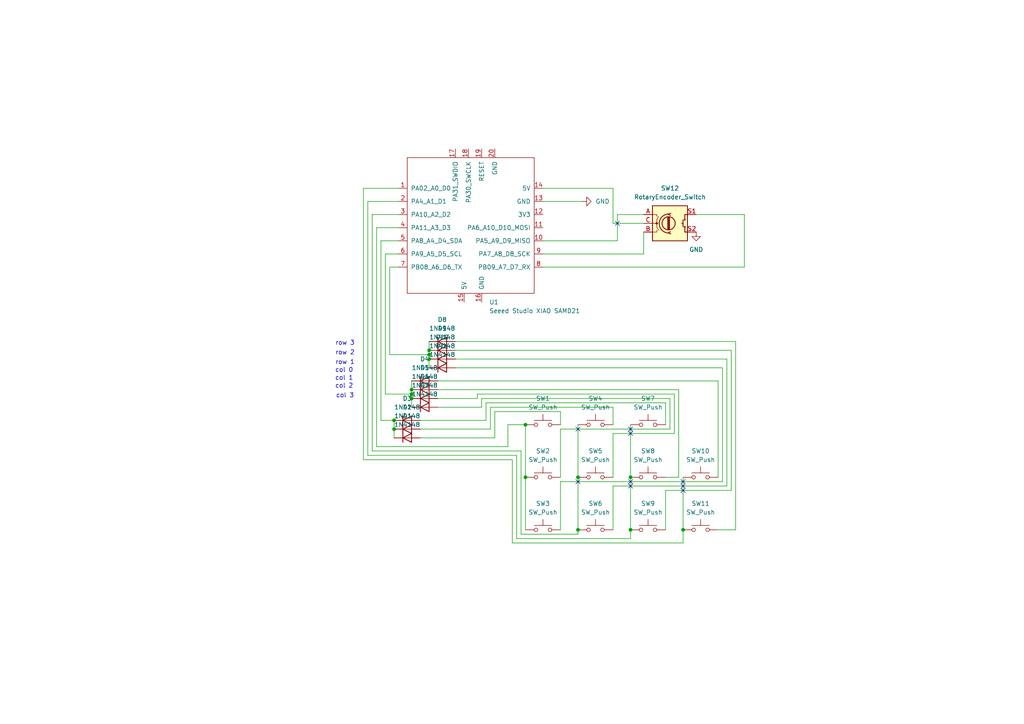
<source format=kicad_sch>
(kicad_sch (version 20231120) (generator "eeschema") (generator_version "8.0")
  (paper "A4")
  (lib_symbols
    (symbol "Device:RotaryEncoder_Switch" (pin_names (offset 0.254) hide)
      (property "Reference" "SW" (at 0 6.604 0))
      (property "Value" "RotaryEncoder_Switch" (at 0 -6.604 0))
      (symbol "RotaryEncoder_Switch_0_1"
        (rectangle (start -5.08 5.08) (end 5.08 -5.08) (stroke (width 0.254)) (fill (type background)))
        (circle (center -3.81 0) (radius 0.254) (fill (type outline)))
        (circle (center -0.381 0) (radius 1.905) (stroke (width 0.254)))
        (arc (start -0.381 2.667) (mid -3.0988 -0.0635) (end -0.381 -2.794) (stroke (width 0.254)))
        (polyline (pts (xy -0.635 -1.778) (xy -0.635 1.778)) (stroke (width 0.254)))
        (polyline (pts (xy -0.381 -1.778) (xy -0.381 1.778)) (stroke (width 0.254)))
        (polyline (pts (xy -0.127 1.778) (xy -0.127 -1.778)) (stroke (width 0.254)))
        (polyline (pts (xy 3.81 0) (xy 3.429 0)) (stroke (width 0.254)))
        (polyline (pts (xy 3.81 1.016) (xy 3.81 -1.016)) (stroke (width 0.254)))
        (polyline (pts (xy -5.08 -2.54) (xy -3.81 -2.54) (xy -3.81 -2.032)))
        (polyline (pts (xy -5.08 2.54) (xy -3.81 2.54) (xy -3.81 2.032)))
        (polyline (pts (xy 0.254 -3.048) (xy -0.508 -2.794) (xy 0.127 -2.413)) (stroke (width 0.254)))
        (polyline (pts (xy 0.254 2.921) (xy -0.508 2.667) (xy 0.127 2.286)) (stroke (width 0.254)))
        (polyline (pts (xy 5.08 -2.54) (xy 4.318 -2.54) (xy 4.318 -1.016)) (stroke (width 0.254)))
        (polyline (pts (xy 5.08 2.54) (xy 4.318 2.54) (xy 4.318 1.016)) (stroke (width 0.254)))
        (polyline (pts (xy -5.08 0) (xy -3.81 0) (xy -3.81 -1.016) (xy -3.302 -2.032)))
        (polyline (pts (xy -4.318 0) (xy -3.81 0) (xy -3.81 1.016) (xy -3.302 2.032)))
        (circle (center 4.318 -1.016) (radius 0.127) (stroke (width 0.254)))
        (circle (center 4.318 1.016) (radius 0.127) (stroke (width 0.254)))
      )
      (symbol "RotaryEncoder_Switch_1_1"
        (pin passive line (at -7.62 2.54 0) (length 2.54) (name "A") (number "A"))
        (pin passive line (at -7.62 -2.54 0) (length 2.54) (name "B") (number "B"))
        (pin passive line (at -7.62 0 0) (length 2.54) (name "C") (number "C"))
        (pin passive line (at 7.62 2.54 180) (length 2.54) (name "S1") (number "S1"))
        (pin passive line (at 7.62 -2.54 180) (length 2.54) (name "S2") (number "S2"))
      )
    )
    (symbol "Diode:1N4148" (pin_numbers hide) (pin_names hide)
      (property "Reference" "D" (at 0 2.54 0))
      (property "Value" "1N4148" (at 0 -2.54 0))
      (symbol "1N4148_0_1"
        (polyline (pts (xy -1.27 1.27) (xy -1.27 -1.27)) (stroke (width 0.254)))
        (polyline (pts (xy 1.27 0) (xy -1.27 0)))
        (polyline (pts (xy 1.27 1.27) (xy 1.27 -1.27) (xy -1.27 0) (xy 1.27 1.27)) (stroke (width 0.254)))
      )
      (symbol "1N4148_1_1"
        (pin passive line (at -3.81 0 0) (length 2.54) (name "K") (number "1"))
        (pin passive line (at 3.81 0 180) (length 2.54) (name "A") (number "2"))
      )
    )
    (symbol "Seeed_Studio_XIAO_Series:Seeed Studio XIAO SAMD21" (pin_names (offset 1.016))
      (property "Reference" "U" (at -19.05 22.86 0))
      (property "Value" "Seeed Studio XIAO SAMD21" (at -12.7 21.59 0))
      (symbol "Seeed Studio XIAO SAMD21_0_1"
        (rectangle (start -19.05 20.32) (end 17.78 -19.05))
      )
      (symbol "Seeed Studio XIAO SAMD21_1_1"
        (pin unspecified line (at -21.59 11.43 0) (length 2.54) (name "PA02_A0_D0") (number "1"))
        (pin unspecified line (at 20.32 -3.81 180) (length 2.54) (name "PA5_A9_D9_MISO") (number "10"))
        (pin unspecified line (at 20.32 0 180) (length 2.54) (name "PA6_A10_D10_MOSI") (number "11"))
        (pin unspecified line (at 20.32 3.81 180) (length 2.54) (name "3V3") (number "12"))
        (pin unspecified line (at 20.32 7.62 180) (length 2.54) (name "GND") (number "13"))
        (pin unspecified line (at 20.32 11.43 180) (length 2.54) (name "5V") (number "14"))
        (pin input line (at -2.54 -21.59 90) (length 2.54) (name "5V") (number "15"))
        (pin input line (at 2.54 -21.59 90) (length 2.54) (name "GND") (number "16"))
        (pin input line (at -5.08 22.86 270) (length 2.54) (name "PA31_SWDIO") (number "17"))
        (pin input line (at -1.27 22.86 270) (length 2.54) (name "PA30_SWCLK") (number "18"))
        (pin input line (at 2.54 22.86 270) (length 2.54) (name "RESET") (number "19"))
        (pin unspecified line (at -21.59 7.62 0) (length 2.54) (name "PA4_A1_D1") (number "2"))
        (pin input line (at 6.35 22.86 270) (length 2.54) (name "GND") (number "20"))
        (pin unspecified line (at -21.59 3.81 0) (length 2.54) (name "PA10_A2_D2") (number "3"))
        (pin unspecified line (at -21.59 0 0) (length 2.54) (name "PA11_A3_D3") (number "4"))
        (pin unspecified line (at -21.59 -3.81 0) (length 2.54) (name "PA8_A4_D4_SDA") (number "5"))
        (pin unspecified line (at -21.59 -7.62 0) (length 2.54) (name "PA9_A5_D5_SCL") (number "6"))
        (pin unspecified line (at -21.59 -11.43 0) (length 2.54) (name "PB08_A6_D6_TX") (number "7"))
        (pin unspecified line (at 20.32 -11.43 180) (length 2.54) (name "PB09_A7_D7_RX") (number "8"))
        (pin unspecified line (at 20.32 -7.62 180) (length 2.54) (name "PA7_A8_D8_SCK") (number "9"))
      )
    )
    (symbol "Switch:SW_Push" (pin_numbers hide) (pin_names (offset 1.016) hide)
      (property "Reference" "SW" (at 1.27 2.54 0))
      (property "Value" "SW_Push" (at 0 -1.524 0))
      (symbol "SW_Push_0_1"
        (circle (center -2.032 0) (radius 0.508))
        (polyline (pts (xy 0 1.27) (xy 0 3.048)))
        (polyline (pts (xy 2.54 1.27) (xy -2.54 1.27)))
        (circle (center 2.032 0) (radius 0.508))
        (pin passive line (at -5.08 0 0) (length 2.54) (name "1") (number "1"))
        (pin passive line (at 5.08 0 180) (length 2.54) (name "2") (number "2"))
      )
    )
    (symbol "power:GND" (power) (pin_numbers hide) (pin_names (offset 0) hide)
      (property "Value" "GND" (at 0 -3.81 0))
      (symbol "GND_0_1"
        (polyline (pts (xy 0 0) (xy 0 -1.27) (xy 1.27 -1.27) (xy 0 -2.54) (xy -1.27 -1.27) (xy 0 -1.27)))
      )
      (symbol "GND_1_1"
        (pin power_in line (at 0 0 270) (length 0) (name "~") (number "1"))
      )
    )
  )
  (junction (at 167.64 138.43))
  (junction (at 124.46 104.14))
  (junction (at 152.4 123.19))
  (junction (at 167.64 153.67))
  (junction (at 124.46 102.87))
  (junction (at 119.38 114.3))
  (junction (at 114.3 124.46))
  (junction (at 182.88 153.67))
  (junction (at 152.4 138.43))
  (junction (at 114.3 121.92))
  (junction (at 119.38 113.03))
  (junction (at 124.46 101.6))
  (junction (at 182.88 138.43))
  (junction (at 198.12 153.67))
  (junction (at 119.38 115.57))
  (no_connect (at 167.64 139.7))
  (no_connect (at 198.12 142.24))
  (no_connect (at 182.88 125.73))
  (no_connect (at 198.12 140.97))
  (no_connect (at 198.12 139.7))
  (no_connect (at 179.07 64.77))
  (no_connect (at 182.88 139.7))
  (no_connect (at 167.64 124.46))
  (no_connect (at 182.88 140.97))
  (no_connect (at 182.88 124.46))
  (wire (pts (xy 151.13 154.94) (xy 167.64 154.94)))
  (wire (pts (xy 124.46 101.6) (xy 124.46 102.87)))
  (wire (pts (xy 186.69 62.23) (xy 179.07 62.23)))
  (wire (pts (xy 162.56 119.38) (xy 143.51 119.38)))
  (wire (pts (xy 142.24 124.46) (xy 121.92 124.46)))
  (wire (pts (xy 194.31 115.57) (xy 139.7 115.57)))
  (wire (pts (xy 208.28 153.67) (xy 213.36 153.67)))
  (wire (pts (xy 139.7 118.11) (xy 127 118.11)))
  (wire (pts (xy 119.38 115.57) (xy 119.38 118.11)))
  (wire (pts (xy 162.56 124.46) (xy 194.31 124.46)))
  (wire (pts (xy 106.68 132.08) (xy 149.86 132.08)))
  (wire (pts (xy 106.68 58.42) (xy 106.68 132.08)))
  (wire (pts (xy 115.57 66.04) (xy 109.22 66.04)))
  (wire (pts (xy 110.49 69.85) (xy 110.49 121.92)))
  (wire (pts (xy 177.8 153.67) (xy 177.8 140.97)))
  (wire (pts (xy 157.48 77.47) (xy 215.9 77.47)))
  (wire (pts (xy 147.32 123.19) (xy 152.4 123.19)))
  (wire (pts (xy 124.46 99.06) (xy 124.46 101.6)))
  (wire (pts (xy 182.88 138.43) (xy 182.88 153.67)))
  (wire (pts (xy 105.41 54.61) (xy 105.41 133.35)))
  (wire (pts (xy 152.4 138.43) (xy 152.4 153.67)))
  (wire (pts (xy 167.64 154.94) (xy 167.64 153.67)))
  (wire (pts (xy 194.31 124.46) (xy 194.31 115.57)))
  (wire (pts (xy 115.57 54.61) (xy 105.41 54.61)))
  (wire (pts (xy 186.69 73.66) (xy 157.48 73.66)))
  (wire (pts (xy 186.69 67.31) (xy 186.69 73.66)))
  (wire (pts (xy 138.43 115.57) (xy 127 115.57)))
  (wire (pts (xy 193.04 116.84) (xy 140.97 116.84)))
  (wire (pts (xy 119.38 114.3) (xy 119.38 115.57)))
  (wire (pts (xy 193.04 142.24) (xy 212.09 142.24)))
  (wire (pts (xy 115.57 77.47) (xy 113.03 77.47)))
  (wire (pts (xy 147.32 129.54) (xy 147.32 123.19)))
  (wire (pts (xy 148.59 157.48) (xy 198.12 157.48)))
  (wire (pts (xy 157.48 58.42) (xy 168.91 58.42)))
  (wire (pts (xy 119.38 113.03) (xy 119.38 114.3)))
  (wire (pts (xy 114.3 124.46) (xy 114.3 127)))
  (wire (pts (xy 151.13 130.81) (xy 151.13 154.94)))
  (wire (pts (xy 195.58 114.3) (xy 138.43 114.3)))
  (wire (pts (xy 196.85 113.03) (xy 127 113.03)))
  (wire (pts (xy 109.22 129.54) (xy 147.32 129.54)))
  (wire (pts (xy 149.86 156.21) (xy 182.88 156.21)))
  (wire (pts (xy 177.8 140.97) (xy 210.82 140.97)))
  (wire (pts (xy 162.56 138.43) (xy 162.56 124.46)))
  (wire (pts (xy 110.49 121.92) (xy 114.3 121.92)))
  (wire (pts (xy 209.55 139.7) (xy 209.55 106.68)))
  (wire (pts (xy 149.86 132.08) (xy 149.86 156.21)))
  (wire (pts (xy 124.46 104.14) (xy 124.46 106.68)))
  (wire (pts (xy 177.8 125.73) (xy 195.58 125.73)))
  (wire (pts (xy 196.85 138.43) (xy 196.85 113.03)))
  (wire (pts (xy 208.28 138.43) (xy 208.28 110.49)))
  (wire (pts (xy 107.95 130.81) (xy 151.13 130.81)))
  (wire (pts (xy 210.82 140.97) (xy 210.82 104.14)))
  (wire (pts (xy 124.46 102.87) (xy 124.46 104.14)))
  (wire (pts (xy 215.9 62.23) (xy 215.9 77.47)))
  (wire (pts (xy 177.8 54.61) (xy 177.8 64.77)))
  (wire (pts (xy 162.56 123.19) (xy 162.56 119.38)))
  (wire (pts (xy 148.59 133.35) (xy 148.59 157.48)))
  (wire (pts (xy 162.56 139.7) (xy 209.55 139.7)))
  (wire (pts (xy 107.95 62.23) (xy 107.95 130.81)))
  (wire (pts (xy 208.28 110.49) (xy 127 110.49)))
  (wire (pts (xy 162.56 153.67) (xy 162.56 139.7)))
  (wire (pts (xy 167.64 138.43) (xy 167.64 153.67)))
  (wire (pts (xy 198.12 153.67) (xy 198.12 138.43)))
  (wire (pts (xy 212.09 101.6) (xy 132.08 101.6)))
  (wire (pts (xy 113.03 77.47) (xy 113.03 102.87)))
  (wire (pts (xy 138.43 114.3) (xy 138.43 115.57)))
  (wire (pts (xy 111.76 114.3) (xy 119.38 114.3)))
  (wire (pts (xy 143.51 119.38) (xy 143.51 127)))
  (wire (pts (xy 182.88 123.19) (xy 182.88 138.43)))
  (wire (pts (xy 215.9 62.23) (xy 201.93 62.23)))
  (wire (pts (xy 177.8 138.43) (xy 177.8 125.73)))
  (wire (pts (xy 142.24 118.11) (xy 142.24 124.46)))
  (wire (pts (xy 210.82 104.14) (xy 132.08 104.14)))
  (wire (pts (xy 143.51 127) (xy 121.92 127)))
  (wire (pts (xy 213.36 99.06) (xy 132.08 99.06)))
  (wire (pts (xy 177.8 123.19) (xy 177.8 118.11)))
  (wire (pts (xy 111.76 73.66) (xy 111.76 114.3)))
  (wire (pts (xy 193.04 138.43) (xy 196.85 138.43)))
  (wire (pts (xy 177.8 118.11) (xy 142.24 118.11)))
  (wire (pts (xy 152.4 123.19) (xy 152.4 138.43)))
  (wire (pts (xy 213.36 153.67) (xy 213.36 99.06)))
  (wire (pts (xy 182.88 156.21) (xy 182.88 153.67)))
  (wire (pts (xy 139.7 115.57) (xy 139.7 118.11)))
  (wire (pts (xy 115.57 73.66) (xy 111.76 73.66)))
  (wire (pts (xy 198.12 157.48) (xy 198.12 153.67)))
  (wire (pts (xy 179.07 69.85) (xy 157.48 69.85)))
  (wire (pts (xy 113.03 102.87) (xy 124.46 102.87)))
  (wire (pts (xy 157.48 54.61) (xy 177.8 54.61)))
  (wire (pts (xy 177.8 64.77) (xy 186.69 64.77)))
  (wire (pts (xy 195.58 125.73) (xy 195.58 114.3)))
  (wire (pts (xy 212.09 142.24) (xy 212.09 101.6)))
  (wire (pts (xy 119.38 110.49) (xy 119.38 113.03)))
  (wire (pts (xy 115.57 58.42) (xy 106.68 58.42)))
  (wire (pts (xy 193.04 153.67) (xy 193.04 142.24)))
  (wire (pts (xy 140.97 121.92) (xy 121.92 121.92)))
  (wire (pts (xy 115.57 69.85) (xy 110.49 69.85)))
  (wire (pts (xy 209.55 106.68) (xy 132.08 106.68)))
  (wire (pts (xy 109.22 66.04) (xy 109.22 129.54)))
  (wire (pts (xy 193.04 123.19) (xy 193.04 116.84)))
  (wire (pts (xy 167.64 123.19) (xy 167.64 138.43)))
  (wire (pts (xy 115.57 62.23) (xy 107.95 62.23)))
  (wire (pts (xy 114.3 121.92) (xy 114.3 124.46)))
  (wire (pts (xy 140.97 116.84) (xy 140.97 121.92)))
  (wire (pts (xy 179.07 62.23) (xy 179.07 69.85)))
  (wire (pts (xy 105.41 133.35) (xy 148.59 133.35)))
  (text "row 1" (at 100.076 105.156 0) (effects (font (size 1.27 1.27))))
  (text "row 3" (at 100.076 99.568 0) (effects (font (size 1.27 1.27))))
  (text "col 3" (at 100.076 114.808 0) (effects (font (size 1.27 1.27))))
  (text "col 1" (at 99.822 109.728 0) (effects (font (size 1.27 1.27))))
  (text "col 2" (at 99.822 112.014 0) (effects (font (size 1.27 1.27))))
  (text "col 0" (at 99.822 107.442 0) (effects (font (size 1.27 1.27))))
  (text "row 2" (at 100.076 102.362 0) (effects (font (size 1.27 1.27))))
  (symbol (lib_id "Diode:1N4148") (at 123.19 115.57 0) (unit 1)
    (property "Reference" "D6" (at 123.19 109.22 0))
    (property "Value" "1N4148" (at 123.19 111.76 0))
    (property "Footprint" "Diode_THT:D_DO-35_SOD27_P7.62mm_Horizontal" (effects (hide yes)))
    (property "Datasheet" "https://assets.nexperia.com/documents/data-sheet/1N4148_1N4448.pdf" (effects (hide yes)))
    (property "Description" "100V 0.15A standard switching diode, DO-35" (effects (hide yes)))
    (property "Sim.Device" "D" (effects (hide yes)))
    (property "Sim.Pins" "1=K 2=A" (effects (hide yes)))
  )
  (symbol (lib_id "Switch:SW_Push") (at 172.72 123.19 0) (unit 1)
    (property "Reference" "SW4" (at 172.72 115.57 0))
    (property "Value" "SW_Push" (at 172.72 118.11 0))
    (property "Footprint" "Button_Switch_Keyboard:SW_Cherry_MX_1.00u_PCB" (effects (hide yes)))
    (property "Description" "Push button switch, generic, two pins" (effects (hide yes)))
  )
  (symbol (lib_id "Diode:1N4148") (at 128.27 99.06 0) (unit 1)
    (property "Reference" "D8" (at 128.27 92.71 0))
    (property "Value" "1N4148" (at 128.27 95.25 0))
    (property "Footprint" "Diode_THT:D_DO-35_SOD27_P7.62mm_Horizontal" (effects (hide yes)))
    (property "Datasheet" "https://assets.nexperia.com/documents/data-sheet/1N4148_1N4448.pdf" (effects (hide yes)))
    (property "Description" "100V 0.15A standard switching diode, DO-35" (effects (hide yes)))
    (property "Sim.Device" "D" (effects (hide yes)))
    (property "Sim.Pins" "1=K 2=A" (effects (hide yes)))
  )
  (symbol (lib_id "Diode:1N4148") (at 123.19 113.03 0) (unit 1)
    (property "Reference" "D5" (at 123.19 106.68 0))
    (property "Value" "1N4148" (at 123.19 109.22 0))
    (property "Footprint" "Diode_THT:D_DO-35_SOD27_P7.62mm_Horizontal" (effects (hide yes)))
    (property "Datasheet" "https://assets.nexperia.com/documents/data-sheet/1N4148_1N4448.pdf" (effects (hide yes)))
    (property "Description" "100V 0.15A standard switching diode, DO-35" (effects (hide yes)))
    (property "Sim.Device" "D" (effects (hide yes)))
    (property "Sim.Pins" "1=K 2=A" (effects (hide yes)))
  )
  (symbol (lib_id "Switch:SW_Push") (at 203.2 138.43 0) (unit 1)
    (property "Reference" "SW10" (at 203.2 130.81 0))
    (property "Value" "SW_Push" (at 203.2 133.35 0))
    (property "Footprint" "Button_Switch_Keyboard:SW_Cherry_MX_1.00u_PCB" (effects (hide yes)))
    (property "Description" "Push button switch, generic, two pins" (effects (hide yes)))
  )
  (symbol (lib_id "Switch:SW_Push") (at 157.48 153.67 0) (unit 1)
    (property "Reference" "SW3" (at 157.48 146.05 0))
    (property "Value" "SW_Push" (at 157.48 148.59 0))
    (property "Footprint" "Button_Switch_Keyboard:SW_Cherry_MX_1.00u_PCB" (effects (hide yes)))
    (property "Description" "Push button switch, generic, two pins" (effects (hide yes)))
  )
  (symbol (lib_id "Diode:1N4148") (at 128.27 101.6 0) (unit 1)
    (property "Reference" "D9" (at 128.27 95.25 0))
    (property "Value" "1N4148" (at 128.27 97.79 0))
    (property "Footprint" "Diode_THT:D_DO-35_SOD27_P7.62mm_Horizontal" (effects (hide yes)))
    (property "Datasheet" "https://assets.nexperia.com/documents/data-sheet/1N4148_1N4448.pdf" (effects (hide yes)))
    (property "Description" "100V 0.15A standard switching diode, DO-35" (effects (hide yes)))
    (property "Sim.Device" "D" (effects (hide yes)))
    (property "Sim.Pins" "1=K 2=A" (effects (hide yes)))
  )
  (symbol (lib_id "Device:RotaryEncoder_Switch") (at 194.31 64.77 0) (unit 1)
    (property "Reference" "SW12" (at 194.31 54.61 0))
    (property "Value" "RotaryEncoder_Switch" (at 194.31 57.15 0))
    (property "Footprint" "rotaryenc:RotaryEncoder_Alps_EC11E-Switch_Vertical_H20mm" (effects (hide yes)))
    (property "Description" "Rotary encoder, dual channel, incremental quadrate outputs, with switch" (effects (hide yes)))
  )
  (symbol (lib_id "Switch:SW_Push") (at 172.72 138.43 0) (unit 1)
    (property "Reference" "SW5" (at 172.72 130.81 0))
    (property "Value" "SW_Push" (at 172.72 133.35 0))
    (property "Footprint" "Button_Switch_Keyboard:SW_Cherry_MX_1.00u_PCB" (effects (hide yes)))
    (property "Description" "Push button switch, generic, two pins" (effects (hide yes)))
  )
  (symbol (lib_id "Switch:SW_Push") (at 203.2 153.67 0) (unit 1)
    (property "Reference" "SW11" (at 203.2 146.05 0))
    (property "Value" "SW_Push" (at 203.2 148.59 0))
    (property "Footprint" "Button_Switch_Keyboard:SW_Cherry_MX_1.00u_PCB" (effects (hide yes)))
    (property "Description" "Push button switch, generic, two pins" (effects (hide yes)))
  )
  (symbol (lib_id "Diode:1N4148") (at 118.11 121.92 0) (unit 1)
    (property "Reference" "D3" (at 118.11 115.57 0))
    (property "Value" "1N4148" (at 118.11 118.11 0))
    (property "Footprint" "Diode_THT:D_DO-35_SOD27_P7.62mm_Horizontal" (effects (hide yes)))
    (property "Datasheet" "https://assets.nexperia.com/documents/data-sheet/1N4148_1N4448.pdf" (effects (hide yes)))
    (property "Description" "100V 0.15A standard switching diode, DO-35" (effects (hide yes)))
    (property "Sim.Device" "D" (effects (hide yes)))
    (property "Sim.Pins" "1=K 2=A" (effects (hide yes)))
  )
  (symbol (lib_id "Switch:SW_Push") (at 157.48 138.43 0) (unit 1)
    (property "Reference" "SW2" (at 157.48 130.81 0))
    (property "Value" "SW_Push" (at 157.48 133.35 0))
    (property "Footprint" "Button_Switch_Keyboard:SW_Cherry_MX_1.00u_PCB" (effects (hide yes)))
    (property "Description" "Push button switch, generic, two pins" (effects (hide yes)))
  )
  (symbol (lib_id "Seeed_Studio_XIAO_Series:Seeed Studio XIAO SAMD21") (at 137.16 66.04 0) (unit 1)
    (property "Reference" "U1" (at 141.8941 87.63 0) (effects (justify left)))
    (property "Value" "Seeed Studio XIAO SAMD21" (at 141.8941 90.17 0) (effects (justify left)))
    (property "Footprint" "Seeed Studio XIAO Series Library:XIAO-SAMD21-RP2040-14P-2.54-21X17.8MM (Seeeduino XIAO)" (effects (hide yes)))
  )
  (symbol (lib_id "Switch:SW_Push") (at 172.72 153.67 0) (unit 1)
    (property "Reference" "SW6" (at 172.72 146.05 0))
    (property "Value" "SW_Push" (at 172.72 148.59 0))
    (property "Footprint" "Button_Switch_Keyboard:SW_Cherry_MX_1.00u_PCB" (effects (hide yes)))
    (property "Description" "Push button switch, generic, two pins" (effects (hide yes)))
  )
  (symbol (lib_id "Diode:1N4148") (at 128.27 104.14 0) (unit 1)
    (property "Reference" "D10" (at 128.27 97.79 0))
    (property "Value" "1N4148" (at 128.27 100.33 0))
    (property "Footprint" "Diode_THT:D_DO-35_SOD27_P7.62mm_Horizontal" (effects (hide yes)))
    (property "Datasheet" "https://assets.nexperia.com/documents/data-sheet/1N4148_1N4448.pdf" (effects (hide yes)))
    (property "Description" "100V 0.15A standard switching diode, DO-35" (effects (hide yes)))
    (property "Sim.Device" "D" (effects (hide yes)))
    (property "Sim.Pins" "1=K 2=A" (effects (hide yes)))
  )
  (symbol (lib_id "power:GND") (at 201.93 67.31 0) (unit 1)
    (property "Reference" "#PWR02" (effects (hide yes)))
    (property "Value" "GND" (at 201.93 72.39 0))
    (property "Description" "Power symbol creates a global label with name \"GND\" , ground" (effects (hide yes)))
  )
  (symbol (lib_id "Diode:1N4148") (at 118.11 127 0) (unit 1)
    (property "Reference" "D1" (at 118.11 120.65 0))
    (property "Value" "1N4148" (at 118.11 123.19 0))
    (property "Footprint" "Diode_THT:D_DO-35_SOD27_P7.62mm_Horizontal" (effects (hide yes)))
    (property "Datasheet" "https://assets.nexperia.com/documents/data-sheet/1N4148_1N4448.pdf" (effects (hide yes)))
    (property "Description" "100V 0.15A standard switching diode, DO-35" (effects (hide yes)))
    (property "Sim.Device" "D" (effects (hide yes)))
    (property "Sim.Pins" "1=K 2=A" (effects (hide yes)))
  )
  (symbol (lib_id "Switch:SW_Push") (at 187.96 138.43 0) (unit 1)
    (property "Reference" "SW8" (at 187.96 130.81 0))
    (property "Value" "SW_Push" (at 187.96 133.35 0))
    (property "Footprint" "Button_Switch_Keyboard:SW_Cherry_MX_1.00u_PCB" (effects (hide yes)))
    (property "Description" "Push button switch, generic, two pins" (effects (hide yes)))
  )
  (symbol (lib_id "Diode:1N4148") (at 118.11 124.46 0) (unit 1)
    (property "Reference" "D2" (at 118.11 118.11 0))
    (property "Value" "1N4148" (at 118.11 120.65 0))
    (property "Footprint" "Diode_THT:D_DO-35_SOD27_P7.62mm_Horizontal" (effects (hide yes)))
    (property "Datasheet" "https://assets.nexperia.com/documents/data-sheet/1N4148_1N4448.pdf" (effects (hide yes)))
    (property "Description" "100V 0.15A standard switching diode, DO-35" (effects (hide yes)))
    (property "Sim.Device" "D" (effects (hide yes)))
    (property "Sim.Pins" "1=K 2=A" (effects (hide yes)))
  )
  (symbol (lib_id "power:GND") (at 168.91 58.42 90) (unit 1)
    (property "Reference" "#PWR01" (effects (hide yes)))
    (property "Value" "GND" (at 172.72 58.4199 90) (effects (justify right)))
    (property "Description" "Power symbol creates a global label with name \"GND\" , ground" (effects (hide yes)))
  )
  (symbol (lib_id "Diode:1N4148") (at 123.19 118.11 0) (unit 1)
    (property "Reference" "D7" (at 123.19 111.76 0))
    (property "Value" "1N4148" (at 123.19 114.3 0))
    (property "Footprint" "Diode_THT:D_DO-35_SOD27_P7.62mm_Horizontal" (effects (hide yes)))
    (property "Datasheet" "https://assets.nexperia.com/documents/data-sheet/1N4148_1N4448.pdf" (effects (hide yes)))
    (property "Description" "100V 0.15A standard switching diode, DO-35" (effects (hide yes)))
    (property "Sim.Device" "D" (effects (hide yes)))
    (property "Sim.Pins" "1=K 2=A" (effects (hide yes)))
  )
  (symbol (lib_id "Switch:SW_Push") (at 157.48 123.19 0) (unit 1)
    (property "Reference" "SW1" (at 157.48 115.57 0))
    (property "Value" "SW_Push" (at 157.48 118.11 0))
    (property "Footprint" "Button_Switch_Keyboard:SW_Cherry_MX_1.00u_PCB" (effects (hide yes)))
    (property "Description" "Push button switch, generic, two pins" (effects (hide yes)))
  )
  (symbol (lib_id "Switch:SW_Push") (at 187.96 123.19 0) (unit 1)
    (property "Reference" "SW7" (at 187.96 115.57 0))
    (property "Value" "SW_Push" (at 187.96 118.11 0))
    (property "Footprint" "Button_Switch_Keyboard:SW_Cherry_MX_1.00u_PCB" (effects (hide yes)))
    (property "Description" "Push button switch, generic, two pins" (effects (hide yes)))
  )
  (symbol (lib_id "Diode:1N4148") (at 123.19 110.49 0) (unit 1)
    (property "Reference" "D4" (at 123.19 104.14 0))
    (property "Value" "1N4148" (at 123.19 106.68 0))
    (property "Footprint" "Diode_THT:D_DO-35_SOD27_P7.62mm_Horizontal" (effects (hide yes)))
    (property "Datasheet" "https://assets.nexperia.com/documents/data-sheet/1N4148_1N4448.pdf" (effects (hide yes)))
    (property "Description" "100V 0.15A standard switching diode, DO-35" (effects (hide yes)))
    (property "Sim.Device" "D" (effects (hide yes)))
    (property "Sim.Pins" "1=K 2=A" (effects (hide yes)))
  )
  (symbol (lib_id "Diode:1N4148") (at 128.27 106.68 0) (unit 1)
    (property "Reference" "D11" (at 128.27 100.33 0))
    (property "Value" "1N4148" (at 128.27 102.87 0))
    (property "Footprint" "Diode_THT:D_DO-35_SOD27_P7.62mm_Horizontal" (effects (hide yes)))
    (property "Datasheet" "https://assets.nexperia.com/documents/data-sheet/1N4148_1N4448.pdf" (effects (hide yes)))
    (property "Description" "100V 0.15A standard switching diode, DO-35" (effects (hide yes)))
    (property "Sim.Device" "D" (effects (hide yes)))
    (property "Sim.Pins" "1=K 2=A" (effects (hide yes)))
  )
  (symbol (lib_id "Switch:SW_Push") (at 187.96 153.67 0) (unit 1)
    (property "Reference" "SW9" (at 187.96 146.05 0))
    (property "Value" "SW_Push" (at 187.96 148.59 0))
    (property "Footprint" "Button_Switch_Keyboard:SW_Cherry_MX_1.00u_PCB" (effects (hide yes)))
    (property "Description" "Push button switch, generic, two pins" (effects (hide yes)))
  )
)
</source>
